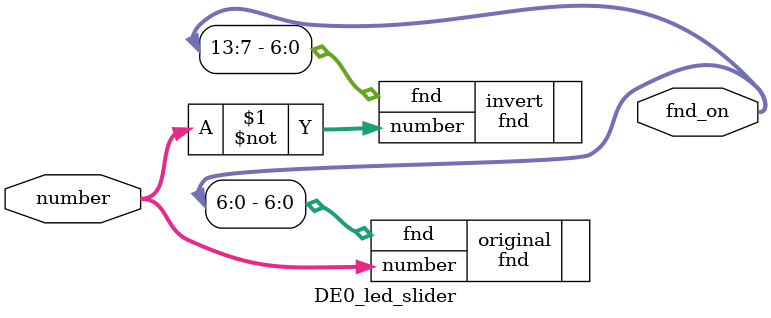
<source format=v>
module DE0_led_slider(
	input [3:0] number,
	output [13:0] fnd_on
);
	fnd original(
		.number(number),
		.fnd(fnd_on[6:0])
	);

	fnd invert(
		.number(~number),
		.fnd(fnd_on[13:7])
	);
endmodule

</source>
